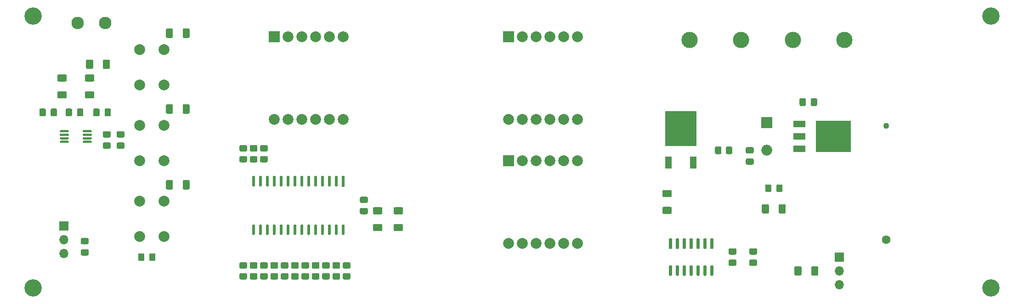
<source format=gbr>
%TF.GenerationSoftware,KiCad,Pcbnew,(5.1.9)-1*%
%TF.CreationDate,2021-09-06T15:07:46-04:00*%
%TF.ProjectId,PCB Heater,50434220-4865-4617-9465-722e6b696361,rev?*%
%TF.SameCoordinates,Original*%
%TF.FileFunction,Soldermask,Top*%
%TF.FilePolarity,Negative*%
%FSLAX46Y46*%
G04 Gerber Fmt 4.6, Leading zero omitted, Abs format (unit mm)*
G04 Created by KiCad (PCBNEW (5.1.9)-1) date 2021-09-06 15:07:46*
%MOMM*%
%LPD*%
G01*
G04 APERTURE LIST*
%ADD10C,3.200000*%
%ADD11C,2.000000*%
%ADD12R,2.000000X2.000000*%
%ADD13R,5.800000X6.400000*%
%ADD14R,1.200000X2.200000*%
%ADD15R,0.541585X2.002791*%
%ADD16R,6.400000X5.800000*%
%ADD17R,2.200000X1.200000*%
%ADD18O,1.700000X1.700000*%
%ADD19R,1.700000X1.700000*%
%ADD20C,3.000000*%
%ADD21C,1.100000*%
%ADD22C,1.600000*%
%ADD23C,2.300000*%
%ADD24O,2.000000X2.000000*%
G04 APERTURE END LIST*
D10*
%TO.C,H3*%
X229870000Y-49530000D03*
%TD*%
%TO.C,H4*%
X229870000Y-99695000D03*
%TD*%
%TO.C,H1*%
X53340000Y-99695000D03*
%TD*%
%TO.C,H2*%
X53340000Y-49530000D03*
%TD*%
%TO.C,U1*%
G36*
G01*
X178285000Y-95480000D02*
X178585000Y-95480000D01*
G75*
G02*
X178735000Y-95630000I0J-150000D01*
G01*
X178735000Y-97280000D01*
G75*
G02*
X178585000Y-97430000I-150000J0D01*
G01*
X178285000Y-97430000D01*
G75*
G02*
X178135000Y-97280000I0J150000D01*
G01*
X178135000Y-95630000D01*
G75*
G02*
X178285000Y-95480000I150000J0D01*
G01*
G37*
G36*
G01*
X177015000Y-95480000D02*
X177315000Y-95480000D01*
G75*
G02*
X177465000Y-95630000I0J-150000D01*
G01*
X177465000Y-97280000D01*
G75*
G02*
X177315000Y-97430000I-150000J0D01*
G01*
X177015000Y-97430000D01*
G75*
G02*
X176865000Y-97280000I0J150000D01*
G01*
X176865000Y-95630000D01*
G75*
G02*
X177015000Y-95480000I150000J0D01*
G01*
G37*
G36*
G01*
X175745000Y-95480000D02*
X176045000Y-95480000D01*
G75*
G02*
X176195000Y-95630000I0J-150000D01*
G01*
X176195000Y-97280000D01*
G75*
G02*
X176045000Y-97430000I-150000J0D01*
G01*
X175745000Y-97430000D01*
G75*
G02*
X175595000Y-97280000I0J150000D01*
G01*
X175595000Y-95630000D01*
G75*
G02*
X175745000Y-95480000I150000J0D01*
G01*
G37*
G36*
G01*
X174475000Y-95480000D02*
X174775000Y-95480000D01*
G75*
G02*
X174925000Y-95630000I0J-150000D01*
G01*
X174925000Y-97280000D01*
G75*
G02*
X174775000Y-97430000I-150000J0D01*
G01*
X174475000Y-97430000D01*
G75*
G02*
X174325000Y-97280000I0J150000D01*
G01*
X174325000Y-95630000D01*
G75*
G02*
X174475000Y-95480000I150000J0D01*
G01*
G37*
G36*
G01*
X173205000Y-95480000D02*
X173505000Y-95480000D01*
G75*
G02*
X173655000Y-95630000I0J-150000D01*
G01*
X173655000Y-97280000D01*
G75*
G02*
X173505000Y-97430000I-150000J0D01*
G01*
X173205000Y-97430000D01*
G75*
G02*
X173055000Y-97280000I0J150000D01*
G01*
X173055000Y-95630000D01*
G75*
G02*
X173205000Y-95480000I150000J0D01*
G01*
G37*
G36*
G01*
X171935000Y-95480000D02*
X172235000Y-95480000D01*
G75*
G02*
X172385000Y-95630000I0J-150000D01*
G01*
X172385000Y-97280000D01*
G75*
G02*
X172235000Y-97430000I-150000J0D01*
G01*
X171935000Y-97430000D01*
G75*
G02*
X171785000Y-97280000I0J150000D01*
G01*
X171785000Y-95630000D01*
G75*
G02*
X171935000Y-95480000I150000J0D01*
G01*
G37*
G36*
G01*
X170665000Y-95480000D02*
X170965000Y-95480000D01*
G75*
G02*
X171115000Y-95630000I0J-150000D01*
G01*
X171115000Y-97280000D01*
G75*
G02*
X170965000Y-97430000I-150000J0D01*
G01*
X170665000Y-97430000D01*
G75*
G02*
X170515000Y-97280000I0J150000D01*
G01*
X170515000Y-95630000D01*
G75*
G02*
X170665000Y-95480000I150000J0D01*
G01*
G37*
G36*
G01*
X170665000Y-90530000D02*
X170965000Y-90530000D01*
G75*
G02*
X171115000Y-90680000I0J-150000D01*
G01*
X171115000Y-92330000D01*
G75*
G02*
X170965000Y-92480000I-150000J0D01*
G01*
X170665000Y-92480000D01*
G75*
G02*
X170515000Y-92330000I0J150000D01*
G01*
X170515000Y-90680000D01*
G75*
G02*
X170665000Y-90530000I150000J0D01*
G01*
G37*
G36*
G01*
X171935000Y-90530000D02*
X172235000Y-90530000D01*
G75*
G02*
X172385000Y-90680000I0J-150000D01*
G01*
X172385000Y-92330000D01*
G75*
G02*
X172235000Y-92480000I-150000J0D01*
G01*
X171935000Y-92480000D01*
G75*
G02*
X171785000Y-92330000I0J150000D01*
G01*
X171785000Y-90680000D01*
G75*
G02*
X171935000Y-90530000I150000J0D01*
G01*
G37*
G36*
G01*
X173205000Y-90530000D02*
X173505000Y-90530000D01*
G75*
G02*
X173655000Y-90680000I0J-150000D01*
G01*
X173655000Y-92330000D01*
G75*
G02*
X173505000Y-92480000I-150000J0D01*
G01*
X173205000Y-92480000D01*
G75*
G02*
X173055000Y-92330000I0J150000D01*
G01*
X173055000Y-90680000D01*
G75*
G02*
X173205000Y-90530000I150000J0D01*
G01*
G37*
G36*
G01*
X174475000Y-90530000D02*
X174775000Y-90530000D01*
G75*
G02*
X174925000Y-90680000I0J-150000D01*
G01*
X174925000Y-92330000D01*
G75*
G02*
X174775000Y-92480000I-150000J0D01*
G01*
X174475000Y-92480000D01*
G75*
G02*
X174325000Y-92330000I0J150000D01*
G01*
X174325000Y-90680000D01*
G75*
G02*
X174475000Y-90530000I150000J0D01*
G01*
G37*
G36*
G01*
X175745000Y-90530000D02*
X176045000Y-90530000D01*
G75*
G02*
X176195000Y-90680000I0J-150000D01*
G01*
X176195000Y-92330000D01*
G75*
G02*
X176045000Y-92480000I-150000J0D01*
G01*
X175745000Y-92480000D01*
G75*
G02*
X175595000Y-92330000I0J150000D01*
G01*
X175595000Y-90680000D01*
G75*
G02*
X175745000Y-90530000I150000J0D01*
G01*
G37*
G36*
G01*
X177015000Y-90530000D02*
X177315000Y-90530000D01*
G75*
G02*
X177465000Y-90680000I0J-150000D01*
G01*
X177465000Y-92330000D01*
G75*
G02*
X177315000Y-92480000I-150000J0D01*
G01*
X177015000Y-92480000D01*
G75*
G02*
X176865000Y-92330000I0J150000D01*
G01*
X176865000Y-90680000D01*
G75*
G02*
X177015000Y-90530000I150000J0D01*
G01*
G37*
G36*
G01*
X178285000Y-90530000D02*
X178585000Y-90530000D01*
G75*
G02*
X178735000Y-90680000I0J-150000D01*
G01*
X178735000Y-92330000D01*
G75*
G02*
X178585000Y-92480000I-150000J0D01*
G01*
X178285000Y-92480000D01*
G75*
G02*
X178135000Y-92330000I0J150000D01*
G01*
X178135000Y-90680000D01*
G75*
G02*
X178285000Y-90530000I150000J0D01*
G01*
G37*
%TD*%
D11*
%TO.C,DS3*%
X97790000Y-68580000D03*
X100330000Y-68580000D03*
X102870000Y-68580000D03*
X105410000Y-68580000D03*
X107950000Y-68580000D03*
X110490000Y-68580000D03*
X110490000Y-53340000D03*
X107950000Y-53340000D03*
X105410000Y-53340000D03*
X102870000Y-53340000D03*
X100330000Y-53340000D03*
D12*
X97790000Y-53340000D03*
%TD*%
D13*
%TO.C,Q1*%
X172720000Y-70290000D03*
D14*
X175000000Y-76590000D03*
X170440000Y-76590000D03*
%TD*%
%TO.C,D3*%
G36*
G01*
X74745000Y-94430001D02*
X74745000Y-93529999D01*
G75*
G02*
X74994999Y-93280000I249999J0D01*
G01*
X75645001Y-93280000D01*
G75*
G02*
X75895000Y-93529999I0J-249999D01*
G01*
X75895000Y-94430001D01*
G75*
G02*
X75645001Y-94680000I-249999J0D01*
G01*
X74994999Y-94680000D01*
G75*
G02*
X74745000Y-94430001I0J249999D01*
G01*
G37*
G36*
G01*
X72695000Y-94430001D02*
X72695000Y-93529999D01*
G75*
G02*
X72944999Y-93280000I249999J0D01*
G01*
X73595001Y-93280000D01*
G75*
G02*
X73845000Y-93529999I0J-249999D01*
G01*
X73845000Y-94430001D01*
G75*
G02*
X73595001Y-94680000I-249999J0D01*
G01*
X72944999Y-94680000D01*
G75*
G02*
X72695000Y-94430001I0J249999D01*
G01*
G37*
%TD*%
%TO.C,R22*%
G36*
G01*
X95434999Y-75330000D02*
X96335001Y-75330000D01*
G75*
G02*
X96585000Y-75579999I0J-249999D01*
G01*
X96585000Y-76280001D01*
G75*
G02*
X96335001Y-76530000I-249999J0D01*
G01*
X95434999Y-76530000D01*
G75*
G02*
X95185000Y-76280001I0J249999D01*
G01*
X95185000Y-75579999D01*
G75*
G02*
X95434999Y-75330000I249999J0D01*
G01*
G37*
G36*
G01*
X95434999Y-73330000D02*
X96335001Y-73330000D01*
G75*
G02*
X96585000Y-73579999I0J-249999D01*
G01*
X96585000Y-74280001D01*
G75*
G02*
X96335001Y-74530000I-249999J0D01*
G01*
X95434999Y-74530000D01*
G75*
G02*
X95185000Y-74280001I0J249999D01*
G01*
X95185000Y-73579999D01*
G75*
G02*
X95434999Y-73330000I249999J0D01*
G01*
G37*
%TD*%
%TO.C,R21*%
G36*
G01*
X93529999Y-75330000D02*
X94430001Y-75330000D01*
G75*
G02*
X94680000Y-75579999I0J-249999D01*
G01*
X94680000Y-76280001D01*
G75*
G02*
X94430001Y-76530000I-249999J0D01*
G01*
X93529999Y-76530000D01*
G75*
G02*
X93280000Y-76280001I0J249999D01*
G01*
X93280000Y-75579999D01*
G75*
G02*
X93529999Y-75330000I249999J0D01*
G01*
G37*
G36*
G01*
X93529999Y-73330000D02*
X94430001Y-73330000D01*
G75*
G02*
X94680000Y-73579999I0J-249999D01*
G01*
X94680000Y-74280001D01*
G75*
G02*
X94430001Y-74530000I-249999J0D01*
G01*
X93529999Y-74530000D01*
G75*
G02*
X93280000Y-74280001I0J249999D01*
G01*
X93280000Y-73579999D01*
G75*
G02*
X93529999Y-73330000I249999J0D01*
G01*
G37*
%TD*%
%TO.C,R20*%
G36*
G01*
X91624999Y-75330000D02*
X92525001Y-75330000D01*
G75*
G02*
X92775000Y-75579999I0J-249999D01*
G01*
X92775000Y-76280001D01*
G75*
G02*
X92525001Y-76530000I-249999J0D01*
G01*
X91624999Y-76530000D01*
G75*
G02*
X91375000Y-76280001I0J249999D01*
G01*
X91375000Y-75579999D01*
G75*
G02*
X91624999Y-75330000I249999J0D01*
G01*
G37*
G36*
G01*
X91624999Y-73330000D02*
X92525001Y-73330000D01*
G75*
G02*
X92775000Y-73579999I0J-249999D01*
G01*
X92775000Y-74280001D01*
G75*
G02*
X92525001Y-74530000I-249999J0D01*
G01*
X91624999Y-74530000D01*
G75*
G02*
X91375000Y-74280001I0J249999D01*
G01*
X91375000Y-73579999D01*
G75*
G02*
X91624999Y-73330000I249999J0D01*
G01*
G37*
%TD*%
%TO.C,R19*%
G36*
G01*
X92525001Y-96120000D02*
X91624999Y-96120000D01*
G75*
G02*
X91375000Y-95870001I0J249999D01*
G01*
X91375000Y-95169999D01*
G75*
G02*
X91624999Y-94920000I249999J0D01*
G01*
X92525001Y-94920000D01*
G75*
G02*
X92775000Y-95169999I0J-249999D01*
G01*
X92775000Y-95870001D01*
G75*
G02*
X92525001Y-96120000I-249999J0D01*
G01*
G37*
G36*
G01*
X92525001Y-98120000D02*
X91624999Y-98120000D01*
G75*
G02*
X91375000Y-97870001I0J249999D01*
G01*
X91375000Y-97169999D01*
G75*
G02*
X91624999Y-96920000I249999J0D01*
G01*
X92525001Y-96920000D01*
G75*
G02*
X92775000Y-97169999I0J-249999D01*
G01*
X92775000Y-97870001D01*
G75*
G02*
X92525001Y-98120000I-249999J0D01*
G01*
G37*
%TD*%
%TO.C,R18*%
G36*
G01*
X94430001Y-96120000D02*
X93529999Y-96120000D01*
G75*
G02*
X93280000Y-95870001I0J249999D01*
G01*
X93280000Y-95169999D01*
G75*
G02*
X93529999Y-94920000I249999J0D01*
G01*
X94430001Y-94920000D01*
G75*
G02*
X94680000Y-95169999I0J-249999D01*
G01*
X94680000Y-95870001D01*
G75*
G02*
X94430001Y-96120000I-249999J0D01*
G01*
G37*
G36*
G01*
X94430001Y-98120000D02*
X93529999Y-98120000D01*
G75*
G02*
X93280000Y-97870001I0J249999D01*
G01*
X93280000Y-97169999D01*
G75*
G02*
X93529999Y-96920000I249999J0D01*
G01*
X94430001Y-96920000D01*
G75*
G02*
X94680000Y-97169999I0J-249999D01*
G01*
X94680000Y-97870001D01*
G75*
G02*
X94430001Y-98120000I-249999J0D01*
G01*
G37*
%TD*%
%TO.C,R17*%
G36*
G01*
X96335001Y-96120000D02*
X95434999Y-96120000D01*
G75*
G02*
X95185000Y-95870001I0J249999D01*
G01*
X95185000Y-95169999D01*
G75*
G02*
X95434999Y-94920000I249999J0D01*
G01*
X96335001Y-94920000D01*
G75*
G02*
X96585000Y-95169999I0J-249999D01*
G01*
X96585000Y-95870001D01*
G75*
G02*
X96335001Y-96120000I-249999J0D01*
G01*
G37*
G36*
G01*
X96335001Y-98120000D02*
X95434999Y-98120000D01*
G75*
G02*
X95185000Y-97870001I0J249999D01*
G01*
X95185000Y-97169999D01*
G75*
G02*
X95434999Y-96920000I249999J0D01*
G01*
X96335001Y-96920000D01*
G75*
G02*
X96585000Y-97169999I0J-249999D01*
G01*
X96585000Y-97870001D01*
G75*
G02*
X96335001Y-98120000I-249999J0D01*
G01*
G37*
%TD*%
%TO.C,R16*%
G36*
G01*
X98240001Y-96120000D02*
X97339999Y-96120000D01*
G75*
G02*
X97090000Y-95870001I0J249999D01*
G01*
X97090000Y-95169999D01*
G75*
G02*
X97339999Y-94920000I249999J0D01*
G01*
X98240001Y-94920000D01*
G75*
G02*
X98490000Y-95169999I0J-249999D01*
G01*
X98490000Y-95870001D01*
G75*
G02*
X98240001Y-96120000I-249999J0D01*
G01*
G37*
G36*
G01*
X98240001Y-98120000D02*
X97339999Y-98120000D01*
G75*
G02*
X97090000Y-97870001I0J249999D01*
G01*
X97090000Y-97169999D01*
G75*
G02*
X97339999Y-96920000I249999J0D01*
G01*
X98240001Y-96920000D01*
G75*
G02*
X98490000Y-97169999I0J-249999D01*
G01*
X98490000Y-97870001D01*
G75*
G02*
X98240001Y-98120000I-249999J0D01*
G01*
G37*
%TD*%
%TO.C,R15*%
G36*
G01*
X100145001Y-96120000D02*
X99244999Y-96120000D01*
G75*
G02*
X98995000Y-95870001I0J249999D01*
G01*
X98995000Y-95169999D01*
G75*
G02*
X99244999Y-94920000I249999J0D01*
G01*
X100145001Y-94920000D01*
G75*
G02*
X100395000Y-95169999I0J-249999D01*
G01*
X100395000Y-95870001D01*
G75*
G02*
X100145001Y-96120000I-249999J0D01*
G01*
G37*
G36*
G01*
X100145001Y-98120000D02*
X99244999Y-98120000D01*
G75*
G02*
X98995000Y-97870001I0J249999D01*
G01*
X98995000Y-97169999D01*
G75*
G02*
X99244999Y-96920000I249999J0D01*
G01*
X100145001Y-96920000D01*
G75*
G02*
X100395000Y-97169999I0J-249999D01*
G01*
X100395000Y-97870001D01*
G75*
G02*
X100145001Y-98120000I-249999J0D01*
G01*
G37*
%TD*%
%TO.C,R14*%
G36*
G01*
X102050001Y-96120000D02*
X101149999Y-96120000D01*
G75*
G02*
X100900000Y-95870001I0J249999D01*
G01*
X100900000Y-95169999D01*
G75*
G02*
X101149999Y-94920000I249999J0D01*
G01*
X102050001Y-94920000D01*
G75*
G02*
X102300000Y-95169999I0J-249999D01*
G01*
X102300000Y-95870001D01*
G75*
G02*
X102050001Y-96120000I-249999J0D01*
G01*
G37*
G36*
G01*
X102050001Y-98120000D02*
X101149999Y-98120000D01*
G75*
G02*
X100900000Y-97870001I0J249999D01*
G01*
X100900000Y-97169999D01*
G75*
G02*
X101149999Y-96920000I249999J0D01*
G01*
X102050001Y-96920000D01*
G75*
G02*
X102300000Y-97169999I0J-249999D01*
G01*
X102300000Y-97870001D01*
G75*
G02*
X102050001Y-98120000I-249999J0D01*
G01*
G37*
%TD*%
%TO.C,R13*%
G36*
G01*
X103955001Y-96120000D02*
X103054999Y-96120000D01*
G75*
G02*
X102805000Y-95870001I0J249999D01*
G01*
X102805000Y-95169999D01*
G75*
G02*
X103054999Y-94920000I249999J0D01*
G01*
X103955001Y-94920000D01*
G75*
G02*
X104205000Y-95169999I0J-249999D01*
G01*
X104205000Y-95870001D01*
G75*
G02*
X103955001Y-96120000I-249999J0D01*
G01*
G37*
G36*
G01*
X103955001Y-98120000D02*
X103054999Y-98120000D01*
G75*
G02*
X102805000Y-97870001I0J249999D01*
G01*
X102805000Y-97169999D01*
G75*
G02*
X103054999Y-96920000I249999J0D01*
G01*
X103955001Y-96920000D01*
G75*
G02*
X104205000Y-97169999I0J-249999D01*
G01*
X104205000Y-97870001D01*
G75*
G02*
X103955001Y-98120000I-249999J0D01*
G01*
G37*
%TD*%
%TO.C,R12*%
G36*
G01*
X105860001Y-96120000D02*
X104959999Y-96120000D01*
G75*
G02*
X104710000Y-95870001I0J249999D01*
G01*
X104710000Y-95169999D01*
G75*
G02*
X104959999Y-94920000I249999J0D01*
G01*
X105860001Y-94920000D01*
G75*
G02*
X106110000Y-95169999I0J-249999D01*
G01*
X106110000Y-95870001D01*
G75*
G02*
X105860001Y-96120000I-249999J0D01*
G01*
G37*
G36*
G01*
X105860001Y-98120000D02*
X104959999Y-98120000D01*
G75*
G02*
X104710000Y-97870001I0J249999D01*
G01*
X104710000Y-97169999D01*
G75*
G02*
X104959999Y-96920000I249999J0D01*
G01*
X105860001Y-96920000D01*
G75*
G02*
X106110000Y-97169999I0J-249999D01*
G01*
X106110000Y-97870001D01*
G75*
G02*
X105860001Y-98120000I-249999J0D01*
G01*
G37*
%TD*%
%TO.C,R11*%
G36*
G01*
X107765001Y-96120000D02*
X106864999Y-96120000D01*
G75*
G02*
X106615000Y-95870001I0J249999D01*
G01*
X106615000Y-95169999D01*
G75*
G02*
X106864999Y-94920000I249999J0D01*
G01*
X107765001Y-94920000D01*
G75*
G02*
X108015000Y-95169999I0J-249999D01*
G01*
X108015000Y-95870001D01*
G75*
G02*
X107765001Y-96120000I-249999J0D01*
G01*
G37*
G36*
G01*
X107765001Y-98120000D02*
X106864999Y-98120000D01*
G75*
G02*
X106615000Y-97870001I0J249999D01*
G01*
X106615000Y-97169999D01*
G75*
G02*
X106864999Y-96920000I249999J0D01*
G01*
X107765001Y-96920000D01*
G75*
G02*
X108015000Y-97169999I0J-249999D01*
G01*
X108015000Y-97870001D01*
G75*
G02*
X107765001Y-98120000I-249999J0D01*
G01*
G37*
%TD*%
%TO.C,R10*%
G36*
G01*
X109670001Y-96120000D02*
X108769999Y-96120000D01*
G75*
G02*
X108520000Y-95870001I0J249999D01*
G01*
X108520000Y-95169999D01*
G75*
G02*
X108769999Y-94920000I249999J0D01*
G01*
X109670001Y-94920000D01*
G75*
G02*
X109920000Y-95169999I0J-249999D01*
G01*
X109920000Y-95870001D01*
G75*
G02*
X109670001Y-96120000I-249999J0D01*
G01*
G37*
G36*
G01*
X109670001Y-98120000D02*
X108769999Y-98120000D01*
G75*
G02*
X108520000Y-97870001I0J249999D01*
G01*
X108520000Y-97169999D01*
G75*
G02*
X108769999Y-96920000I249999J0D01*
G01*
X109670001Y-96920000D01*
G75*
G02*
X109920000Y-97169999I0J-249999D01*
G01*
X109920000Y-97870001D01*
G75*
G02*
X109670001Y-98120000I-249999J0D01*
G01*
G37*
%TD*%
%TO.C,R9*%
G36*
G01*
X111575001Y-96120000D02*
X110674999Y-96120000D01*
G75*
G02*
X110425000Y-95870001I0J249999D01*
G01*
X110425000Y-95169999D01*
G75*
G02*
X110674999Y-94920000I249999J0D01*
G01*
X111575001Y-94920000D01*
G75*
G02*
X111825000Y-95169999I0J-249999D01*
G01*
X111825000Y-95870001D01*
G75*
G02*
X111575001Y-96120000I-249999J0D01*
G01*
G37*
G36*
G01*
X111575001Y-98120000D02*
X110674999Y-98120000D01*
G75*
G02*
X110425000Y-97870001I0J249999D01*
G01*
X110425000Y-97169999D01*
G75*
G02*
X110674999Y-96920000I249999J0D01*
G01*
X111575001Y-96920000D01*
G75*
G02*
X111825000Y-97169999I0J-249999D01*
G01*
X111825000Y-97870001D01*
G75*
G02*
X111575001Y-98120000I-249999J0D01*
G01*
G37*
%TD*%
%TO.C,U4*%
G36*
G01*
X110489999Y-87924098D02*
X110490001Y-87924098D01*
G75*
G02*
X110760792Y-88194889I0J-270791D01*
G01*
X110760792Y-89656097D01*
G75*
G02*
X110490001Y-89926888I-270791J0D01*
G01*
X110489999Y-89926888D01*
G75*
G02*
X110219208Y-89656097I0J270791D01*
G01*
X110219208Y-88194889D01*
G75*
G02*
X110489999Y-87924098I270791J0D01*
G01*
G37*
G36*
G01*
X109219999Y-87924098D02*
X109220001Y-87924098D01*
G75*
G02*
X109490792Y-88194889I0J-270791D01*
G01*
X109490792Y-89656097D01*
G75*
G02*
X109220001Y-89926888I-270791J0D01*
G01*
X109219999Y-89926888D01*
G75*
G02*
X108949208Y-89656097I0J270791D01*
G01*
X108949208Y-88194889D01*
G75*
G02*
X109219999Y-87924098I270791J0D01*
G01*
G37*
G36*
G01*
X107949999Y-87924098D02*
X107950001Y-87924098D01*
G75*
G02*
X108220792Y-88194889I0J-270791D01*
G01*
X108220792Y-89656097D01*
G75*
G02*
X107950001Y-89926888I-270791J0D01*
G01*
X107949999Y-89926888D01*
G75*
G02*
X107679208Y-89656097I0J270791D01*
G01*
X107679208Y-88194889D01*
G75*
G02*
X107949999Y-87924098I270791J0D01*
G01*
G37*
G36*
G01*
X106679999Y-87924098D02*
X106680001Y-87924098D01*
G75*
G02*
X106950792Y-88194889I0J-270791D01*
G01*
X106950792Y-89656097D01*
G75*
G02*
X106680001Y-89926888I-270791J0D01*
G01*
X106679999Y-89926888D01*
G75*
G02*
X106409208Y-89656097I0J270791D01*
G01*
X106409208Y-88194889D01*
G75*
G02*
X106679999Y-87924098I270791J0D01*
G01*
G37*
G36*
G01*
X105409999Y-87924098D02*
X105410001Y-87924098D01*
G75*
G02*
X105680792Y-88194889I0J-270791D01*
G01*
X105680792Y-89656097D01*
G75*
G02*
X105410001Y-89926888I-270791J0D01*
G01*
X105409999Y-89926888D01*
G75*
G02*
X105139208Y-89656097I0J270791D01*
G01*
X105139208Y-88194889D01*
G75*
G02*
X105409999Y-87924098I270791J0D01*
G01*
G37*
G36*
G01*
X104139999Y-87924098D02*
X104140001Y-87924098D01*
G75*
G02*
X104410792Y-88194889I0J-270791D01*
G01*
X104410792Y-89656097D01*
G75*
G02*
X104140001Y-89926888I-270791J0D01*
G01*
X104139999Y-89926888D01*
G75*
G02*
X103869208Y-89656097I0J270791D01*
G01*
X103869208Y-88194889D01*
G75*
G02*
X104139999Y-87924098I270791J0D01*
G01*
G37*
G36*
G01*
X102869999Y-87924098D02*
X102870001Y-87924098D01*
G75*
G02*
X103140792Y-88194889I0J-270791D01*
G01*
X103140792Y-89656097D01*
G75*
G02*
X102870001Y-89926888I-270791J0D01*
G01*
X102869999Y-89926888D01*
G75*
G02*
X102599208Y-89656097I0J270791D01*
G01*
X102599208Y-88194889D01*
G75*
G02*
X102869999Y-87924098I270791J0D01*
G01*
G37*
G36*
G01*
X101599998Y-87924098D02*
X101600000Y-87924098D01*
G75*
G02*
X101870791Y-88194889I0J-270791D01*
G01*
X101870791Y-89656097D01*
G75*
G02*
X101600000Y-89926888I-270791J0D01*
G01*
X101599998Y-89926888D01*
G75*
G02*
X101329207Y-89656097I0J270791D01*
G01*
X101329207Y-88194889D01*
G75*
G02*
X101599998Y-87924098I270791J0D01*
G01*
G37*
G36*
G01*
X100329998Y-87924098D02*
X100330000Y-87924098D01*
G75*
G02*
X100600791Y-88194889I0J-270791D01*
G01*
X100600791Y-89656097D01*
G75*
G02*
X100330000Y-89926888I-270791J0D01*
G01*
X100329998Y-89926888D01*
G75*
G02*
X100059207Y-89656097I0J270791D01*
G01*
X100059207Y-88194889D01*
G75*
G02*
X100329998Y-87924098I270791J0D01*
G01*
G37*
G36*
G01*
X99059998Y-87924098D02*
X99060000Y-87924098D01*
G75*
G02*
X99330791Y-88194889I0J-270791D01*
G01*
X99330791Y-89656097D01*
G75*
G02*
X99060000Y-89926888I-270791J0D01*
G01*
X99059998Y-89926888D01*
G75*
G02*
X98789207Y-89656097I0J270791D01*
G01*
X98789207Y-88194889D01*
G75*
G02*
X99059998Y-87924098I270791J0D01*
G01*
G37*
G36*
G01*
X97789998Y-87924098D02*
X97790000Y-87924098D01*
G75*
G02*
X98060791Y-88194889I0J-270791D01*
G01*
X98060791Y-89656097D01*
G75*
G02*
X97790000Y-89926888I-270791J0D01*
G01*
X97789998Y-89926888D01*
G75*
G02*
X97519207Y-89656097I0J270791D01*
G01*
X97519207Y-88194889D01*
G75*
G02*
X97789998Y-87924098I270791J0D01*
G01*
G37*
G36*
G01*
X96519998Y-87924098D02*
X96520000Y-87924098D01*
G75*
G02*
X96790791Y-88194889I0J-270791D01*
G01*
X96790791Y-89656097D01*
G75*
G02*
X96520000Y-89926888I-270791J0D01*
G01*
X96519998Y-89926888D01*
G75*
G02*
X96249207Y-89656097I0J270791D01*
G01*
X96249207Y-88194889D01*
G75*
G02*
X96519998Y-87924098I270791J0D01*
G01*
G37*
G36*
G01*
X95249998Y-87924098D02*
X95250000Y-87924098D01*
G75*
G02*
X95520791Y-88194889I0J-270791D01*
G01*
X95520791Y-89656097D01*
G75*
G02*
X95250000Y-89926888I-270791J0D01*
G01*
X95249998Y-89926888D01*
G75*
G02*
X94979207Y-89656097I0J270791D01*
G01*
X94979207Y-88194889D01*
G75*
G02*
X95249998Y-87924098I270791J0D01*
G01*
G37*
G36*
G01*
X93979999Y-87924098D02*
X93980001Y-87924098D01*
G75*
G02*
X94250792Y-88194889I0J-270791D01*
G01*
X94250792Y-89656097D01*
G75*
G02*
X93980001Y-89926888I-270791J0D01*
G01*
X93979999Y-89926888D01*
G75*
G02*
X93709208Y-89656097I0J270791D01*
G01*
X93709208Y-88194889D01*
G75*
G02*
X93979999Y-87924098I270791J0D01*
G01*
G37*
G36*
G01*
X93979999Y-78983113D02*
X93980001Y-78983113D01*
G75*
G02*
X94250792Y-79253904I0J-270791D01*
G01*
X94250792Y-80715112D01*
G75*
G02*
X93980001Y-80985903I-270791J0D01*
G01*
X93979999Y-80985903D01*
G75*
G02*
X93709208Y-80715112I0J270791D01*
G01*
X93709208Y-79253904D01*
G75*
G02*
X93979999Y-78983113I270791J0D01*
G01*
G37*
G36*
G01*
X95249998Y-78983113D02*
X95250000Y-78983113D01*
G75*
G02*
X95520791Y-79253904I0J-270791D01*
G01*
X95520791Y-80715112D01*
G75*
G02*
X95250000Y-80985903I-270791J0D01*
G01*
X95249998Y-80985903D01*
G75*
G02*
X94979207Y-80715112I0J270791D01*
G01*
X94979207Y-79253904D01*
G75*
G02*
X95249998Y-78983113I270791J0D01*
G01*
G37*
G36*
G01*
X96519998Y-78983113D02*
X96520000Y-78983113D01*
G75*
G02*
X96790791Y-79253904I0J-270791D01*
G01*
X96790791Y-80715112D01*
G75*
G02*
X96520000Y-80985903I-270791J0D01*
G01*
X96519998Y-80985903D01*
G75*
G02*
X96249207Y-80715112I0J270791D01*
G01*
X96249207Y-79253904D01*
G75*
G02*
X96519998Y-78983113I270791J0D01*
G01*
G37*
G36*
G01*
X97789998Y-78983113D02*
X97790000Y-78983113D01*
G75*
G02*
X98060791Y-79253904I0J-270791D01*
G01*
X98060791Y-80715112D01*
G75*
G02*
X97790000Y-80985903I-270791J0D01*
G01*
X97789998Y-80985903D01*
G75*
G02*
X97519207Y-80715112I0J270791D01*
G01*
X97519207Y-79253904D01*
G75*
G02*
X97789998Y-78983113I270791J0D01*
G01*
G37*
G36*
G01*
X99059998Y-78983113D02*
X99060000Y-78983113D01*
G75*
G02*
X99330791Y-79253904I0J-270791D01*
G01*
X99330791Y-80715112D01*
G75*
G02*
X99060000Y-80985903I-270791J0D01*
G01*
X99059998Y-80985903D01*
G75*
G02*
X98789207Y-80715112I0J270791D01*
G01*
X98789207Y-79253904D01*
G75*
G02*
X99059998Y-78983113I270791J0D01*
G01*
G37*
G36*
G01*
X100329998Y-78983113D02*
X100330000Y-78983113D01*
G75*
G02*
X100600791Y-79253904I0J-270791D01*
G01*
X100600791Y-80715112D01*
G75*
G02*
X100330000Y-80985903I-270791J0D01*
G01*
X100329998Y-80985903D01*
G75*
G02*
X100059207Y-80715112I0J270791D01*
G01*
X100059207Y-79253904D01*
G75*
G02*
X100329998Y-78983113I270791J0D01*
G01*
G37*
G36*
G01*
X101599998Y-78983113D02*
X101600000Y-78983113D01*
G75*
G02*
X101870791Y-79253904I0J-270791D01*
G01*
X101870791Y-80715112D01*
G75*
G02*
X101600000Y-80985903I-270791J0D01*
G01*
X101599998Y-80985903D01*
G75*
G02*
X101329207Y-80715112I0J270791D01*
G01*
X101329207Y-79253904D01*
G75*
G02*
X101599998Y-78983113I270791J0D01*
G01*
G37*
G36*
G01*
X102869999Y-78983113D02*
X102870001Y-78983113D01*
G75*
G02*
X103140792Y-79253904I0J-270791D01*
G01*
X103140792Y-80715112D01*
G75*
G02*
X102870001Y-80985903I-270791J0D01*
G01*
X102869999Y-80985903D01*
G75*
G02*
X102599208Y-80715112I0J270791D01*
G01*
X102599208Y-79253904D01*
G75*
G02*
X102869999Y-78983113I270791J0D01*
G01*
G37*
G36*
G01*
X104139999Y-78983113D02*
X104140001Y-78983113D01*
G75*
G02*
X104410792Y-79253904I0J-270791D01*
G01*
X104410792Y-80715112D01*
G75*
G02*
X104140001Y-80985903I-270791J0D01*
G01*
X104139999Y-80985903D01*
G75*
G02*
X103869208Y-80715112I0J270791D01*
G01*
X103869208Y-79253904D01*
G75*
G02*
X104139999Y-78983113I270791J0D01*
G01*
G37*
G36*
G01*
X105409999Y-78983113D02*
X105410001Y-78983113D01*
G75*
G02*
X105680792Y-79253904I0J-270791D01*
G01*
X105680792Y-80715112D01*
G75*
G02*
X105410001Y-80985903I-270791J0D01*
G01*
X105409999Y-80985903D01*
G75*
G02*
X105139208Y-80715112I0J270791D01*
G01*
X105139208Y-79253904D01*
G75*
G02*
X105409999Y-78983113I270791J0D01*
G01*
G37*
G36*
G01*
X106679999Y-78983113D02*
X106680001Y-78983113D01*
G75*
G02*
X106950792Y-79253904I0J-270791D01*
G01*
X106950792Y-80715112D01*
G75*
G02*
X106680001Y-80985903I-270791J0D01*
G01*
X106679999Y-80985903D01*
G75*
G02*
X106409208Y-80715112I0J270791D01*
G01*
X106409208Y-79253904D01*
G75*
G02*
X106679999Y-78983113I270791J0D01*
G01*
G37*
G36*
G01*
X107949999Y-78983113D02*
X107950001Y-78983113D01*
G75*
G02*
X108220792Y-79253904I0J-270791D01*
G01*
X108220792Y-80715112D01*
G75*
G02*
X107950001Y-80985903I-270791J0D01*
G01*
X107949999Y-80985903D01*
G75*
G02*
X107679208Y-80715112I0J270791D01*
G01*
X107679208Y-79253904D01*
G75*
G02*
X107949999Y-78983113I270791J0D01*
G01*
G37*
G36*
G01*
X109219999Y-78983113D02*
X109220001Y-78983113D01*
G75*
G02*
X109490792Y-79253904I0J-270791D01*
G01*
X109490792Y-80715112D01*
G75*
G02*
X109220001Y-80985903I-270791J0D01*
G01*
X109219999Y-80985903D01*
G75*
G02*
X108949208Y-80715112I0J270791D01*
G01*
X108949208Y-79253904D01*
G75*
G02*
X109219999Y-78983113I270791J0D01*
G01*
G37*
D15*
X110490000Y-79984508D03*
%TD*%
%TO.C,U3*%
G36*
G01*
X62514000Y-70880000D02*
X62514000Y-70680000D01*
G75*
G02*
X62614000Y-70580000I100000J0D01*
G01*
X64039000Y-70580000D01*
G75*
G02*
X64139000Y-70680000I0J-100000D01*
G01*
X64139000Y-70880000D01*
G75*
G02*
X64039000Y-70980000I-100000J0D01*
G01*
X62614000Y-70980000D01*
G75*
G02*
X62514000Y-70880000I0J100000D01*
G01*
G37*
G36*
G01*
X62514000Y-71530000D02*
X62514000Y-71330000D01*
G75*
G02*
X62614000Y-71230000I100000J0D01*
G01*
X64039000Y-71230000D01*
G75*
G02*
X64139000Y-71330000I0J-100000D01*
G01*
X64139000Y-71530000D01*
G75*
G02*
X64039000Y-71630000I-100000J0D01*
G01*
X62614000Y-71630000D01*
G75*
G02*
X62514000Y-71530000I0J100000D01*
G01*
G37*
G36*
G01*
X62514000Y-72180000D02*
X62514000Y-71980000D01*
G75*
G02*
X62614000Y-71880000I100000J0D01*
G01*
X64039000Y-71880000D01*
G75*
G02*
X64139000Y-71980000I0J-100000D01*
G01*
X64139000Y-72180000D01*
G75*
G02*
X64039000Y-72280000I-100000J0D01*
G01*
X62614000Y-72280000D01*
G75*
G02*
X62514000Y-72180000I0J100000D01*
G01*
G37*
G36*
G01*
X62514000Y-72830000D02*
X62514000Y-72630000D01*
G75*
G02*
X62614000Y-72530000I100000J0D01*
G01*
X64039000Y-72530000D01*
G75*
G02*
X64139000Y-72630000I0J-100000D01*
G01*
X64139000Y-72830000D01*
G75*
G02*
X64039000Y-72930000I-100000J0D01*
G01*
X62614000Y-72930000D01*
G75*
G02*
X62514000Y-72830000I0J100000D01*
G01*
G37*
G36*
G01*
X58289000Y-72830000D02*
X58289000Y-72630000D01*
G75*
G02*
X58389000Y-72530000I100000J0D01*
G01*
X59814000Y-72530000D01*
G75*
G02*
X59914000Y-72630000I0J-100000D01*
G01*
X59914000Y-72830000D01*
G75*
G02*
X59814000Y-72930000I-100000J0D01*
G01*
X58389000Y-72930000D01*
G75*
G02*
X58289000Y-72830000I0J100000D01*
G01*
G37*
G36*
G01*
X58289000Y-72180000D02*
X58289000Y-71980000D01*
G75*
G02*
X58389000Y-71880000I100000J0D01*
G01*
X59814000Y-71880000D01*
G75*
G02*
X59914000Y-71980000I0J-100000D01*
G01*
X59914000Y-72180000D01*
G75*
G02*
X59814000Y-72280000I-100000J0D01*
G01*
X58389000Y-72280000D01*
G75*
G02*
X58289000Y-72180000I0J100000D01*
G01*
G37*
G36*
G01*
X58289000Y-71530000D02*
X58289000Y-71330000D01*
G75*
G02*
X58389000Y-71230000I100000J0D01*
G01*
X59814000Y-71230000D01*
G75*
G02*
X59914000Y-71330000I0J-100000D01*
G01*
X59914000Y-71530000D01*
G75*
G02*
X59814000Y-71630000I-100000J0D01*
G01*
X58389000Y-71630000D01*
G75*
G02*
X58289000Y-71530000I0J100000D01*
G01*
G37*
G36*
G01*
X58289000Y-70880000D02*
X58289000Y-70680000D01*
G75*
G02*
X58389000Y-70580000I100000J0D01*
G01*
X59814000Y-70580000D01*
G75*
G02*
X59914000Y-70680000I0J-100000D01*
G01*
X59914000Y-70880000D01*
G75*
G02*
X59814000Y-70980000I-100000J0D01*
G01*
X58389000Y-70980000D01*
G75*
G02*
X58289000Y-70880000I0J100000D01*
G01*
G37*
%TD*%
D16*
%TO.C,U2*%
X200855000Y-71755000D03*
D17*
X194555000Y-74035000D03*
X194555000Y-71755000D03*
X194555000Y-69475000D03*
%TD*%
D11*
%TO.C,SW3*%
X77470000Y-83670000D03*
X72970000Y-83670000D03*
X77470000Y-90170000D03*
X72970000Y-90170000D03*
%TD*%
%TO.C,SW2*%
X77470000Y-69700000D03*
X72970000Y-69700000D03*
X77470000Y-76200000D03*
X72970000Y-76200000D03*
%TD*%
%TO.C,SW1*%
X77470000Y-55730000D03*
X72970000Y-55730000D03*
X77470000Y-62230000D03*
X72970000Y-62230000D03*
%TD*%
D18*
%TO.C,RV1*%
X59055000Y-93345000D03*
X59055000Y-90805000D03*
D19*
X59055000Y-88265000D03*
%TD*%
%TO.C,R30*%
G36*
G01*
X80910000Y-81270001D02*
X80910000Y-80019999D01*
G75*
G02*
X81159999Y-79770000I249999J0D01*
G01*
X81960001Y-79770000D01*
G75*
G02*
X82210000Y-80019999I0J-249999D01*
G01*
X82210000Y-81270001D01*
G75*
G02*
X81960001Y-81520000I-249999J0D01*
G01*
X81159999Y-81520000D01*
G75*
G02*
X80910000Y-81270001I0J249999D01*
G01*
G37*
G36*
G01*
X77810000Y-81270001D02*
X77810000Y-80019999D01*
G75*
G02*
X78059999Y-79770000I249999J0D01*
G01*
X78860001Y-79770000D01*
G75*
G02*
X79110000Y-80019999I0J-249999D01*
G01*
X79110000Y-81270001D01*
G75*
G02*
X78860001Y-81520000I-249999J0D01*
G01*
X78059999Y-81520000D01*
G75*
G02*
X77810000Y-81270001I0J249999D01*
G01*
G37*
%TD*%
%TO.C,R29*%
G36*
G01*
X80910000Y-67300001D02*
X80910000Y-66049999D01*
G75*
G02*
X81159999Y-65800000I249999J0D01*
G01*
X81960001Y-65800000D01*
G75*
G02*
X82210000Y-66049999I0J-249999D01*
G01*
X82210000Y-67300001D01*
G75*
G02*
X81960001Y-67550000I-249999J0D01*
G01*
X81159999Y-67550000D01*
G75*
G02*
X80910000Y-67300001I0J249999D01*
G01*
G37*
G36*
G01*
X77810000Y-67300001D02*
X77810000Y-66049999D01*
G75*
G02*
X78059999Y-65800000I249999J0D01*
G01*
X78860001Y-65800000D01*
G75*
G02*
X79110000Y-66049999I0J-249999D01*
G01*
X79110000Y-67300001D01*
G75*
G02*
X78860001Y-67550000I-249999J0D01*
G01*
X78059999Y-67550000D01*
G75*
G02*
X77810000Y-67300001I0J249999D01*
G01*
G37*
%TD*%
%TO.C,R28*%
G36*
G01*
X80910000Y-53330001D02*
X80910000Y-52079999D01*
G75*
G02*
X81159999Y-51830000I249999J0D01*
G01*
X81960001Y-51830000D01*
G75*
G02*
X82210000Y-52079999I0J-249999D01*
G01*
X82210000Y-53330001D01*
G75*
G02*
X81960001Y-53580000I-249999J0D01*
G01*
X81159999Y-53580000D01*
G75*
G02*
X80910000Y-53330001I0J249999D01*
G01*
G37*
G36*
G01*
X77810000Y-53330001D02*
X77810000Y-52079999D01*
G75*
G02*
X78059999Y-51830000I249999J0D01*
G01*
X78860001Y-51830000D01*
G75*
G02*
X79110000Y-52079999I0J-249999D01*
G01*
X79110000Y-53330001D01*
G75*
G02*
X78860001Y-53580000I-249999J0D01*
G01*
X78059999Y-53580000D01*
G75*
G02*
X77810000Y-53330001I0J249999D01*
G01*
G37*
%TD*%
%TO.C,R8*%
G36*
G01*
X120024999Y-87895000D02*
X121275001Y-87895000D01*
G75*
G02*
X121525000Y-88144999I0J-249999D01*
G01*
X121525000Y-88945001D01*
G75*
G02*
X121275001Y-89195000I-249999J0D01*
G01*
X120024999Y-89195000D01*
G75*
G02*
X119775000Y-88945001I0J249999D01*
G01*
X119775000Y-88144999D01*
G75*
G02*
X120024999Y-87895000I249999J0D01*
G01*
G37*
G36*
G01*
X120024999Y-84795000D02*
X121275001Y-84795000D01*
G75*
G02*
X121525000Y-85044999I0J-249999D01*
G01*
X121525000Y-85845001D01*
G75*
G02*
X121275001Y-86095000I-249999J0D01*
G01*
X120024999Y-86095000D01*
G75*
G02*
X119775000Y-85845001I0J249999D01*
G01*
X119775000Y-85044999D01*
G75*
G02*
X120024999Y-84795000I249999J0D01*
G01*
G37*
%TD*%
%TO.C,R7*%
G36*
G01*
X116214999Y-87895000D02*
X117465001Y-87895000D01*
G75*
G02*
X117715000Y-88144999I0J-249999D01*
G01*
X117715000Y-88945001D01*
G75*
G02*
X117465001Y-89195000I-249999J0D01*
G01*
X116214999Y-89195000D01*
G75*
G02*
X115965000Y-88945001I0J249999D01*
G01*
X115965000Y-88144999D01*
G75*
G02*
X116214999Y-87895000I249999J0D01*
G01*
G37*
G36*
G01*
X116214999Y-84795000D02*
X117465001Y-84795000D01*
G75*
G02*
X117715000Y-85044999I0J-249999D01*
G01*
X117715000Y-85845001D01*
G75*
G02*
X117465001Y-86095000I-249999J0D01*
G01*
X116214999Y-86095000D01*
G75*
G02*
X115965000Y-85845001I0J249999D01*
G01*
X115965000Y-85044999D01*
G75*
G02*
X116214999Y-84795000I249999J0D01*
G01*
G37*
%TD*%
%TO.C,R6*%
G36*
G01*
X188965000Y-84464999D02*
X188965000Y-85715001D01*
G75*
G02*
X188715001Y-85965000I-249999J0D01*
G01*
X187914999Y-85965000D01*
G75*
G02*
X187665000Y-85715001I0J249999D01*
G01*
X187665000Y-84464999D01*
G75*
G02*
X187914999Y-84215000I249999J0D01*
G01*
X188715001Y-84215000D01*
G75*
G02*
X188965000Y-84464999I0J-249999D01*
G01*
G37*
G36*
G01*
X192065000Y-84464999D02*
X192065000Y-85715001D01*
G75*
G02*
X191815001Y-85965000I-249999J0D01*
G01*
X191014999Y-85965000D01*
G75*
G02*
X190765000Y-85715001I0J249999D01*
G01*
X190765000Y-84464999D01*
G75*
G02*
X191014999Y-84215000I249999J0D01*
G01*
X191815001Y-84215000D01*
G75*
G02*
X192065000Y-84464999I0J-249999D01*
G01*
G37*
%TD*%
%TO.C,R5*%
G36*
G01*
X196760000Y-97145001D02*
X196760000Y-95894999D01*
G75*
G02*
X197009999Y-95645000I249999J0D01*
G01*
X197810001Y-95645000D01*
G75*
G02*
X198060000Y-95894999I0J-249999D01*
G01*
X198060000Y-97145001D01*
G75*
G02*
X197810001Y-97395000I-249999J0D01*
G01*
X197009999Y-97395000D01*
G75*
G02*
X196760000Y-97145001I0J249999D01*
G01*
G37*
G36*
G01*
X193660000Y-97145001D02*
X193660000Y-95894999D01*
G75*
G02*
X193909999Y-95645000I249999J0D01*
G01*
X194710001Y-95645000D01*
G75*
G02*
X194960000Y-95894999I0J-249999D01*
G01*
X194960000Y-97145001D01*
G75*
G02*
X194710001Y-97395000I-249999J0D01*
G01*
X193909999Y-97395000D01*
G75*
G02*
X193660000Y-97145001I0J249999D01*
G01*
G37*
%TD*%
%TO.C,R4*%
G36*
G01*
X64379001Y-61610000D02*
X63128999Y-61610000D01*
G75*
G02*
X62879000Y-61360001I0J249999D01*
G01*
X62879000Y-60559999D01*
G75*
G02*
X63128999Y-60310000I249999J0D01*
G01*
X64379001Y-60310000D01*
G75*
G02*
X64629000Y-60559999I0J-249999D01*
G01*
X64629000Y-61360001D01*
G75*
G02*
X64379001Y-61610000I-249999J0D01*
G01*
G37*
G36*
G01*
X64379001Y-64710000D02*
X63128999Y-64710000D01*
G75*
G02*
X62879000Y-64460001I0J249999D01*
G01*
X62879000Y-63659999D01*
G75*
G02*
X63128999Y-63410000I249999J0D01*
G01*
X64379001Y-63410000D01*
G75*
G02*
X64629000Y-63659999I0J-249999D01*
G01*
X64629000Y-64460001D01*
G75*
G02*
X64379001Y-64710000I-249999J0D01*
G01*
G37*
%TD*%
%TO.C,R3*%
G36*
G01*
X59299001Y-61610000D02*
X58048999Y-61610000D01*
G75*
G02*
X57799000Y-61360001I0J249999D01*
G01*
X57799000Y-60559999D01*
G75*
G02*
X58048999Y-60310000I249999J0D01*
G01*
X59299001Y-60310000D01*
G75*
G02*
X59549000Y-60559999I0J-249999D01*
G01*
X59549000Y-61360001D01*
G75*
G02*
X59299001Y-61610000I-249999J0D01*
G01*
G37*
G36*
G01*
X59299001Y-64710000D02*
X58048999Y-64710000D01*
G75*
G02*
X57799000Y-64460001I0J249999D01*
G01*
X57799000Y-63659999D01*
G75*
G02*
X58048999Y-63410000I249999J0D01*
G01*
X59299001Y-63410000D01*
G75*
G02*
X59549000Y-63659999I0J-249999D01*
G01*
X59549000Y-64460001D01*
G75*
G02*
X59299001Y-64710000I-249999J0D01*
G01*
G37*
%TD*%
%TO.C,R2*%
G36*
G01*
X66204000Y-59045001D02*
X66204000Y-57794999D01*
G75*
G02*
X66453999Y-57545000I249999J0D01*
G01*
X67254001Y-57545000D01*
G75*
G02*
X67504000Y-57794999I0J-249999D01*
G01*
X67504000Y-59045001D01*
G75*
G02*
X67254001Y-59295000I-249999J0D01*
G01*
X66453999Y-59295000D01*
G75*
G02*
X66204000Y-59045001I0J249999D01*
G01*
G37*
G36*
G01*
X63104000Y-59045001D02*
X63104000Y-57794999D01*
G75*
G02*
X63353999Y-57545000I249999J0D01*
G01*
X64154001Y-57545000D01*
G75*
G02*
X64404000Y-57794999I0J-249999D01*
G01*
X64404000Y-59045001D01*
G75*
G02*
X64154001Y-59295000I-249999J0D01*
G01*
X63353999Y-59295000D01*
G75*
G02*
X63104000Y-59045001I0J249999D01*
G01*
G37*
%TD*%
%TO.C,R1*%
G36*
G01*
X169554999Y-84720000D02*
X170805001Y-84720000D01*
G75*
G02*
X171055000Y-84969999I0J-249999D01*
G01*
X171055000Y-85770001D01*
G75*
G02*
X170805001Y-86020000I-249999J0D01*
G01*
X169554999Y-86020000D01*
G75*
G02*
X169305000Y-85770001I0J249999D01*
G01*
X169305000Y-84969999D01*
G75*
G02*
X169554999Y-84720000I249999J0D01*
G01*
G37*
G36*
G01*
X169554999Y-81620000D02*
X170805001Y-81620000D01*
G75*
G02*
X171055000Y-81869999I0J-249999D01*
G01*
X171055000Y-82670001D01*
G75*
G02*
X170805001Y-82920000I-249999J0D01*
G01*
X169554999Y-82920000D01*
G75*
G02*
X169305000Y-82670001I0J249999D01*
G01*
X169305000Y-81869999D01*
G75*
G02*
X169554999Y-81620000I249999J0D01*
G01*
G37*
%TD*%
D18*
%TO.C,J7*%
X201930000Y-99060000D03*
X201930000Y-96520000D03*
D19*
X201930000Y-93980000D03*
%TD*%
D20*
%TO.C,J5*%
X202890000Y-53975000D03*
X193360000Y-53975000D03*
X183830000Y-53975000D03*
X174300000Y-53975000D03*
%TD*%
D21*
%TO.C,J4*%
X210535000Y-69780000D03*
D22*
X210535000Y-90780000D03*
%TD*%
D23*
%TO.C,J3*%
X61595000Y-50800000D03*
X66675000Y-50800000D03*
%TD*%
%TO.C,FB1*%
G36*
G01*
X181010000Y-74745001D02*
X181010000Y-73844999D01*
G75*
G02*
X181259999Y-73595000I249999J0D01*
G01*
X181960001Y-73595000D01*
G75*
G02*
X182210000Y-73844999I0J-249999D01*
G01*
X182210000Y-74745001D01*
G75*
G02*
X181960001Y-74995000I-249999J0D01*
G01*
X181259999Y-74995000D01*
G75*
G02*
X181010000Y-74745001I0J249999D01*
G01*
G37*
G36*
G01*
X179010000Y-74745001D02*
X179010000Y-73844999D01*
G75*
G02*
X179259999Y-73595000I249999J0D01*
G01*
X179960001Y-73595000D01*
G75*
G02*
X180210000Y-73844999I0J-249999D01*
G01*
X180210000Y-74745001D01*
G75*
G02*
X179960001Y-74995000I-249999J0D01*
G01*
X179259999Y-74995000D01*
G75*
G02*
X179010000Y-74745001I0J249999D01*
G01*
G37*
%TD*%
D11*
%TO.C,DS2*%
X140970000Y-91440000D03*
X143510000Y-91440000D03*
X146050000Y-91440000D03*
X148590000Y-91440000D03*
X151130000Y-91440000D03*
X153670000Y-91440000D03*
X153670000Y-76200000D03*
X151130000Y-76200000D03*
X148590000Y-76200000D03*
X146050000Y-76200000D03*
X143510000Y-76200000D03*
D12*
X140970000Y-76200000D03*
%TD*%
D11*
%TO.C,DS1*%
X140970000Y-68580000D03*
X143510000Y-68580000D03*
X146050000Y-68580000D03*
X148590000Y-68580000D03*
X151130000Y-68580000D03*
X153670000Y-68580000D03*
X153670000Y-53340000D03*
X151130000Y-53340000D03*
X148590000Y-53340000D03*
X146050000Y-53340000D03*
X143510000Y-53340000D03*
D12*
X140970000Y-53340000D03*
%TD*%
D24*
%TO.C,D4*%
X188595000Y-74295000D03*
D12*
X188595000Y-69215000D03*
%TD*%
%TO.C,D1*%
G36*
G01*
X190315000Y-81730001D02*
X190315000Y-80829999D01*
G75*
G02*
X190564999Y-80580000I249999J0D01*
G01*
X191215001Y-80580000D01*
G75*
G02*
X191465000Y-80829999I0J-249999D01*
G01*
X191465000Y-81730001D01*
G75*
G02*
X191215001Y-81980000I-249999J0D01*
G01*
X190564999Y-81980000D01*
G75*
G02*
X190315000Y-81730001I0J249999D01*
G01*
G37*
G36*
G01*
X188265000Y-81730001D02*
X188265000Y-80829999D01*
G75*
G02*
X188514999Y-80580000I249999J0D01*
G01*
X189165001Y-80580000D01*
G75*
G02*
X189415000Y-80829999I0J-249999D01*
G01*
X189415000Y-81730001D01*
G75*
G02*
X189165001Y-81980000I-249999J0D01*
G01*
X188514999Y-81980000D01*
G75*
G02*
X188265000Y-81730001I0J249999D01*
G01*
G37*
%TD*%
%TO.C,C12*%
G36*
G01*
X62390000Y-92525000D02*
X63340000Y-92525000D01*
G75*
G02*
X63590000Y-92775000I0J-250000D01*
G01*
X63590000Y-93450000D01*
G75*
G02*
X63340000Y-93700000I-250000J0D01*
G01*
X62390000Y-93700000D01*
G75*
G02*
X62140000Y-93450000I0J250000D01*
G01*
X62140000Y-92775000D01*
G75*
G02*
X62390000Y-92525000I250000J0D01*
G01*
G37*
G36*
G01*
X62390000Y-90450000D02*
X63340000Y-90450000D01*
G75*
G02*
X63590000Y-90700000I0J-250000D01*
G01*
X63590000Y-91375000D01*
G75*
G02*
X63340000Y-91625000I-250000J0D01*
G01*
X62390000Y-91625000D01*
G75*
G02*
X62140000Y-91375000I0J250000D01*
G01*
X62140000Y-90700000D01*
G75*
G02*
X62390000Y-90450000I250000J0D01*
G01*
G37*
%TD*%
%TO.C,C11*%
G36*
G01*
X114775000Y-84005000D02*
X113825000Y-84005000D01*
G75*
G02*
X113575000Y-83755000I0J250000D01*
G01*
X113575000Y-83080000D01*
G75*
G02*
X113825000Y-82830000I250000J0D01*
G01*
X114775000Y-82830000D01*
G75*
G02*
X115025000Y-83080000I0J-250000D01*
G01*
X115025000Y-83755000D01*
G75*
G02*
X114775000Y-84005000I-250000J0D01*
G01*
G37*
G36*
G01*
X114775000Y-86080000D02*
X113825000Y-86080000D01*
G75*
G02*
X113575000Y-85830000I0J250000D01*
G01*
X113575000Y-85155000D01*
G75*
G02*
X113825000Y-84905000I250000J0D01*
G01*
X114775000Y-84905000D01*
G75*
G02*
X115025000Y-85155000I0J-250000D01*
G01*
X115025000Y-85830000D01*
G75*
G02*
X114775000Y-86080000I-250000J0D01*
G01*
G37*
%TD*%
%TO.C,C10*%
G36*
G01*
X66511500Y-67785000D02*
X66511500Y-66835000D01*
G75*
G02*
X66761500Y-66585000I250000J0D01*
G01*
X67436500Y-66585000D01*
G75*
G02*
X67686500Y-66835000I0J-250000D01*
G01*
X67686500Y-67785000D01*
G75*
G02*
X67436500Y-68035000I-250000J0D01*
G01*
X66761500Y-68035000D01*
G75*
G02*
X66511500Y-67785000I0J250000D01*
G01*
G37*
G36*
G01*
X64436500Y-67785000D02*
X64436500Y-66835000D01*
G75*
G02*
X64686500Y-66585000I250000J0D01*
G01*
X65361500Y-66585000D01*
G75*
G02*
X65611500Y-66835000I0J-250000D01*
G01*
X65611500Y-67785000D01*
G75*
G02*
X65361500Y-68035000I-250000J0D01*
G01*
X64686500Y-68035000D01*
G75*
G02*
X64436500Y-67785000I0J250000D01*
G01*
G37*
%TD*%
%TO.C,C9*%
G36*
G01*
X61431500Y-67785000D02*
X61431500Y-66835000D01*
G75*
G02*
X61681500Y-66585000I250000J0D01*
G01*
X62356500Y-66585000D01*
G75*
G02*
X62606500Y-66835000I0J-250000D01*
G01*
X62606500Y-67785000D01*
G75*
G02*
X62356500Y-68035000I-250000J0D01*
G01*
X61681500Y-68035000D01*
G75*
G02*
X61431500Y-67785000I0J250000D01*
G01*
G37*
G36*
G01*
X59356500Y-67785000D02*
X59356500Y-66835000D01*
G75*
G02*
X59606500Y-66585000I250000J0D01*
G01*
X60281500Y-66585000D01*
G75*
G02*
X60531500Y-66835000I0J-250000D01*
G01*
X60531500Y-67785000D01*
G75*
G02*
X60281500Y-68035000I-250000J0D01*
G01*
X59606500Y-68035000D01*
G75*
G02*
X59356500Y-67785000I0J250000D01*
G01*
G37*
%TD*%
%TO.C,C8*%
G36*
G01*
X56584000Y-67785000D02*
X56584000Y-66835000D01*
G75*
G02*
X56834000Y-66585000I250000J0D01*
G01*
X57509000Y-66585000D01*
G75*
G02*
X57759000Y-66835000I0J-250000D01*
G01*
X57759000Y-67785000D01*
G75*
G02*
X57509000Y-68035000I-250000J0D01*
G01*
X56834000Y-68035000D01*
G75*
G02*
X56584000Y-67785000I0J250000D01*
G01*
G37*
G36*
G01*
X54509000Y-67785000D02*
X54509000Y-66835000D01*
G75*
G02*
X54759000Y-66585000I250000J0D01*
G01*
X55434000Y-66585000D01*
G75*
G02*
X55684000Y-66835000I0J-250000D01*
G01*
X55684000Y-67785000D01*
G75*
G02*
X55434000Y-68035000I-250000J0D01*
G01*
X54759000Y-68035000D01*
G75*
G02*
X54509000Y-67785000I0J250000D01*
G01*
G37*
%TD*%
%TO.C,C7*%
G36*
G01*
X68994000Y-72840000D02*
X69944000Y-72840000D01*
G75*
G02*
X70194000Y-73090000I0J-250000D01*
G01*
X70194000Y-73765000D01*
G75*
G02*
X69944000Y-74015000I-250000J0D01*
G01*
X68994000Y-74015000D01*
G75*
G02*
X68744000Y-73765000I0J250000D01*
G01*
X68744000Y-73090000D01*
G75*
G02*
X68994000Y-72840000I250000J0D01*
G01*
G37*
G36*
G01*
X68994000Y-70765000D02*
X69944000Y-70765000D01*
G75*
G02*
X70194000Y-71015000I0J-250000D01*
G01*
X70194000Y-71690000D01*
G75*
G02*
X69944000Y-71940000I-250000J0D01*
G01*
X68994000Y-71940000D01*
G75*
G02*
X68744000Y-71690000I0J250000D01*
G01*
X68744000Y-71015000D01*
G75*
G02*
X68994000Y-70765000I250000J0D01*
G01*
G37*
%TD*%
%TO.C,C6*%
G36*
G01*
X66454000Y-72840000D02*
X67404000Y-72840000D01*
G75*
G02*
X67654000Y-73090000I0J-250000D01*
G01*
X67654000Y-73765000D01*
G75*
G02*
X67404000Y-74015000I-250000J0D01*
G01*
X66454000Y-74015000D01*
G75*
G02*
X66204000Y-73765000I0J250000D01*
G01*
X66204000Y-73090000D01*
G75*
G02*
X66454000Y-72840000I250000J0D01*
G01*
G37*
G36*
G01*
X66454000Y-70765000D02*
X67404000Y-70765000D01*
G75*
G02*
X67654000Y-71015000I0J-250000D01*
G01*
X67654000Y-71690000D01*
G75*
G02*
X67404000Y-71940000I-250000J0D01*
G01*
X66454000Y-71940000D01*
G75*
G02*
X66204000Y-71690000I0J250000D01*
G01*
X66204000Y-71015000D01*
G75*
G02*
X66454000Y-70765000I250000J0D01*
G01*
G37*
%TD*%
%TO.C,C4*%
G36*
G01*
X184945000Y-75782500D02*
X185895000Y-75782500D01*
G75*
G02*
X186145000Y-76032500I0J-250000D01*
G01*
X186145000Y-76707500D01*
G75*
G02*
X185895000Y-76957500I-250000J0D01*
G01*
X184945000Y-76957500D01*
G75*
G02*
X184695000Y-76707500I0J250000D01*
G01*
X184695000Y-76032500D01*
G75*
G02*
X184945000Y-75782500I250000J0D01*
G01*
G37*
G36*
G01*
X184945000Y-73707500D02*
X185895000Y-73707500D01*
G75*
G02*
X186145000Y-73957500I0J-250000D01*
G01*
X186145000Y-74632500D01*
G75*
G02*
X185895000Y-74882500I-250000J0D01*
G01*
X184945000Y-74882500D01*
G75*
G02*
X184695000Y-74632500I0J250000D01*
G01*
X184695000Y-73957500D01*
G75*
G02*
X184945000Y-73707500I250000J0D01*
G01*
G37*
%TD*%
%TO.C,C3*%
G36*
G01*
X196665000Y-65880000D02*
X196665000Y-64930000D01*
G75*
G02*
X196915000Y-64680000I250000J0D01*
G01*
X197590000Y-64680000D01*
G75*
G02*
X197840000Y-64930000I0J-250000D01*
G01*
X197840000Y-65880000D01*
G75*
G02*
X197590000Y-66130000I-250000J0D01*
G01*
X196915000Y-66130000D01*
G75*
G02*
X196665000Y-65880000I0J250000D01*
G01*
G37*
G36*
G01*
X194590000Y-65880000D02*
X194590000Y-64930000D01*
G75*
G02*
X194840000Y-64680000I250000J0D01*
G01*
X195515000Y-64680000D01*
G75*
G02*
X195765000Y-64930000I0J-250000D01*
G01*
X195765000Y-65880000D01*
G75*
G02*
X195515000Y-66130000I-250000J0D01*
G01*
X194840000Y-66130000D01*
G75*
G02*
X194590000Y-65880000I0J250000D01*
G01*
G37*
%TD*%
%TO.C,C2*%
G36*
G01*
X185580000Y-94430000D02*
X186530000Y-94430000D01*
G75*
G02*
X186780000Y-94680000I0J-250000D01*
G01*
X186780000Y-95355000D01*
G75*
G02*
X186530000Y-95605000I-250000J0D01*
G01*
X185580000Y-95605000D01*
G75*
G02*
X185330000Y-95355000I0J250000D01*
G01*
X185330000Y-94680000D01*
G75*
G02*
X185580000Y-94430000I250000J0D01*
G01*
G37*
G36*
G01*
X185580000Y-92355000D02*
X186530000Y-92355000D01*
G75*
G02*
X186780000Y-92605000I0J-250000D01*
G01*
X186780000Y-93280000D01*
G75*
G02*
X186530000Y-93530000I-250000J0D01*
G01*
X185580000Y-93530000D01*
G75*
G02*
X185330000Y-93280000I0J250000D01*
G01*
X185330000Y-92605000D01*
G75*
G02*
X185580000Y-92355000I250000J0D01*
G01*
G37*
%TD*%
%TO.C,C1*%
G36*
G01*
X181770000Y-94430000D02*
X182720000Y-94430000D01*
G75*
G02*
X182970000Y-94680000I0J-250000D01*
G01*
X182970000Y-95355000D01*
G75*
G02*
X182720000Y-95605000I-250000J0D01*
G01*
X181770000Y-95605000D01*
G75*
G02*
X181520000Y-95355000I0J250000D01*
G01*
X181520000Y-94680000D01*
G75*
G02*
X181770000Y-94430000I250000J0D01*
G01*
G37*
G36*
G01*
X181770000Y-92355000D02*
X182720000Y-92355000D01*
G75*
G02*
X182970000Y-92605000I0J-250000D01*
G01*
X182970000Y-93280000D01*
G75*
G02*
X182720000Y-93530000I-250000J0D01*
G01*
X181770000Y-93530000D01*
G75*
G02*
X181520000Y-93280000I0J250000D01*
G01*
X181520000Y-92605000D01*
G75*
G02*
X181770000Y-92355000I250000J0D01*
G01*
G37*
%TD*%
M02*

</source>
